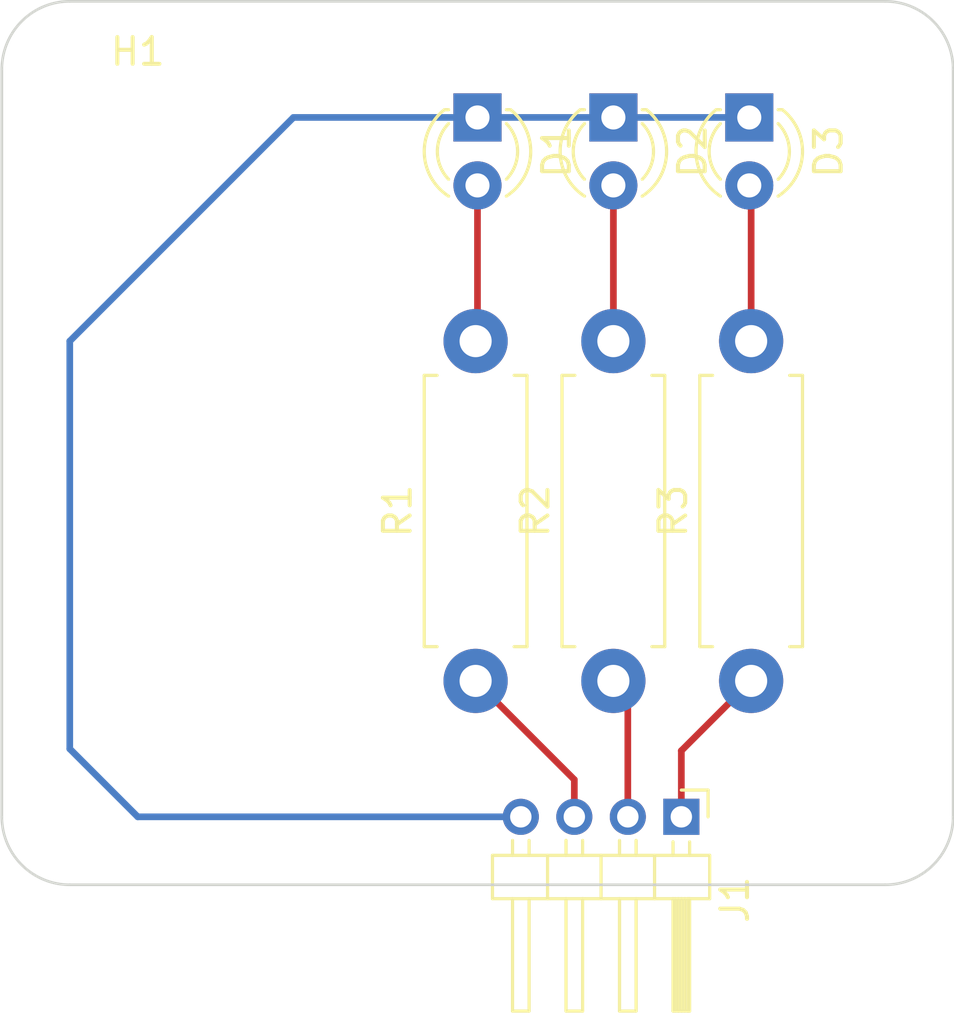
<source format=kicad_pcb>
(kicad_pcb (version 20221018) (generator pcbnew)
  (layers (0 "F.Cu" signal) (31 "B.Cu" signal) (34 "B.Paste" user) (35 "F.Paste" user) (36 "B.SilkS" user "B.Silkscreen") (37 "F.SilkS" user "F.Silkscreen") (38 "B.Mask" user) (39 "F.Mask" user) (44 "Edge.Cuts" user))
  (net 0 "")
  (net 1 "Net-(D1-K)")
  (net 2 "Net-(D1-A)")
  (net 3 "Net-(D2-A)")
  (net 4 "Net-(D3-A)")
  (net 5 "Net-(J1-Pin_1)")
  (net 6 "Net-(J1-Pin_2)")
  (net 7 "Net-(J1-Pin_3)")
  (footprint "Connector_PinHeader_2.00mm:PinHeader_1x04_P2.00mm_Horizontal" (layer "F.Cu") (at 147.32 99.06 -90)
    (fp_text reference "J1" (at 3.1 -2 90) (layer "F.SilkS"))
    (fp_text value "Conn_01x04")
    (fp_line (start -1 -1) (end 0 -1) (stroke (width 0.12)) (layer "F.SilkS"))
    (fp_line (start -1 0) (end -1 -1) (stroke (width 0.12)) (layer "F.SilkS"))
    (fp_line (start 0.882114 1.69) (end 1.44 1.69) (stroke (width 0.12)) (layer "F.SilkS"))
    (fp_line (start 0.882114 2.31) (end 1.44 2.31) (stroke (width 0.12)) (layer "F.SilkS"))
    (fp_line (start 0.882114 3.69) (end 1.44 3.69) (stroke (width 0.12)) (layer "F.SilkS"))
    (fp_line (start 0.882114 4.31) (end 1.44 4.31) (stroke (width 0.12)) (layer "F.SilkS"))
    (fp_line (start 0.882114 5.69) (end 1.44 5.69) (stroke (width 0.12)) (layer "F.SilkS"))
    (fp_line (start 0.882114 6.31) (end 1.44 6.31) (stroke (width 0.12)) (layer "F.SilkS"))
    (fp_line (start 0.935 -0.31) (end 1.44 -0.31) (stroke (width 0.12)) (layer "F.SilkS"))
    (fp_line (start 0.935 0.31) (end 1.44 0.31) (stroke (width 0.12)) (layer "F.SilkS"))
    (fp_line (start 1.44 -1.06) (end 1.44 7.06) (stroke (width 0.12)) (layer "F.SilkS"))
    (fp_line (start 1.44 1) (end 3.06 1) (stroke (width 0.12)) (layer "F.SilkS"))
    (fp_line (start 1.44 3) (end 3.06 3) (stroke (width 0.12)) (layer "F.SilkS"))
    (fp_line (start 1.44 5) (end 3.06 5) (stroke (width 0.12)) (layer "F.SilkS"))
    (fp_line (start 1.44 7.06) (end 3.06 7.06) (stroke (width 0.12)) (layer "F.SilkS"))
    (fp_line (start 3.06 -1.06) (end 1.44 -1.06) (stroke (width 0.12)) (layer "F.SilkS"))
    (fp_line (start 3.06 -0.31) (end 7.26 -0.31) (stroke (width 0.12)) (layer "F.SilkS"))
    (fp_line (start 3.06 -0.25) (end 7.26 -0.25) (stroke (width 0.12)) (layer "F.SilkS"))
    (fp_line (start 3.06 -0.13) (end 7.26 -0.13) (stroke (width 0.12)) (layer "F.SilkS"))
    (fp_line (start 3.06 -0.01) (end 7.26 -0.01) (stroke (width 0.12)) (layer "F.SilkS"))
    (fp_line (start 3.06 0.11) (end 7.26 0.11) (stroke (width 0.12)) (layer "F.SilkS"))
    (fp_line (start 3.06 0.23) (end 7.26 0.23) (stroke (width 0.12)) (layer "F.SilkS"))
    (fp_line (start 3.06 1.69) (end 7.26 1.69) (stroke (width 0.12)) (layer "F.SilkS"))
    (fp_line (start 3.06 3.69) (end 7.26 3.69) (stroke (width 0.12)) (layer "F.SilkS"))
    (fp_line (start 3.06 5.69) (end 7.26 5.69) (stroke (width 0.12)) (layer "F.SilkS"))
    (fp_line (start 3.06 7.06) (end 3.06 -1.06) (stroke (width 0.12)) (layer "F.SilkS"))
    (fp_line (start 7.26 -0.31) (end 7.26 0.31) (stroke (width 0.12)) (layer "F.SilkS"))
    (fp_line (start 7.26 0.31) (end 3.06 0.31) (stroke (width 0.12)) (layer "F.SilkS"))
    (fp_line (start 7.26 1.69) (end 7.26 2.31) (stroke (width 0.12)) (layer "F.SilkS"))
    (fp_line (start 7.26 2.31) (end 3.06 2.31) (stroke (width 0.12)) (layer "F.SilkS"))
    (fp_line (start 7.26 3.69) (end 7.26 4.31) (stroke (width 0.12)) (layer "F.SilkS"))
    (fp_line (start 7.26 4.31) (end 3.06 4.31) (stroke (width 0.12)) (layer "F.SilkS"))
    (fp_line (start 7.26 5.69) (end 7.26 6.31) (stroke (width 0.12)) (layer "F.SilkS"))
    (fp_line (start 7.26 6.31) (end 3.06 6.31) (stroke (width 0.12)) (layer "F.SilkS"))
    (pad "1" thru_hole rect (at 0 0 270) (size 1.35 1.35) (drill 0.8) (layers "*.Cu" "*.Mask") (net 5 "Net-(J1-Pin_1)"))
    (pad "2" thru_hole oval (at 0 2 270) (size 1.35 1.35) (drill 0.8) (layers "*.Cu" "*.Mask") (net 6 "Net-(J1-Pin_2)"))
    (pad "3" thru_hole oval (at 0 4 270) (size 1.35 1.35) (drill 0.8) (layers "*.Cu" "*.Mask") (net 7 "Net-(J1-Pin_3)"))
    (pad "4" thru_hole oval (at 0 6 270) (size 1.35 1.35) (drill 0.8) (layers "*.Cu" "*.Mask") (net 1 "Net-(D1-K)"))
  )
  (footprint "Resistor_THT:R_Axial_DIN0411_L9.9mm_D3.6mm_P12.70mm_Horizontal" (layer "F.Cu") (at 149.93 93.98 90)
    (fp_text reference "R3" (at 6.35 -2.92 90) (layer "F.SilkS"))
    (fp_text value "R")
    (fp_line (start 1.28 -1.92) (end 11.42 -1.92) (stroke (width 0.12)) (layer "F.SilkS"))
    (fp_line (start 1.28 -1.44) (end 1.28 -1.92) (stroke (width 0.12)) (layer "F.SilkS"))
    (fp_line (start 1.28 1.44) (end 1.28 1.92) (stroke (width 0.12)) (layer "F.SilkS"))
    (fp_line (start 1.28 1.92) (end 11.42 1.92) (stroke (width 0.12)) (layer "F.SilkS"))
    (fp_line (start 11.42 -1.92) (end 11.42 -1.44) (stroke (width 0.12)) (layer "F.SilkS"))
    (fp_line (start 11.42 1.92) (end 11.42 1.44) (stroke (width 0.12)) (layer "F.SilkS"))
    (pad "1" thru_hole circle (at 0 0 90) (size 2.4 2.4) (drill 1.2) (layers "*.Cu" "*.Mask") (net 5 "Net-(J1-Pin_1)"))
    (pad "2" thru_hole oval (at 12.7 0 90) (size 2.4 2.4) (drill 1.2) (layers "*.Cu" "*.Mask") (net 4 "Net-(D3-A)"))
  )
  (footprint "Resistor_THT:R_Axial_DIN0411_L9.9mm_D3.6mm_P12.70mm_Horizontal" (layer "F.Cu") (at 144.78 93.98 90)
    (fp_text reference "R2" (at 6.35 -2.92 90) (layer "F.SilkS"))
    (fp_text value "R")
    (fp_line (start 1.28 -1.92) (end 11.42 -1.92) (stroke (width 0.12)) (layer "F.SilkS"))
    (fp_line (start 1.28 -1.44) (end 1.28 -1.92) (stroke (width 0.12)) (layer "F.SilkS"))
    (fp_line (start 1.28 1.44) (end 1.28 1.92) (stroke (width 0.12)) (layer "F.SilkS"))
    (fp_line (start 1.28 1.92) (end 11.42 1.92) (stroke (width 0.12)) (layer "F.SilkS"))
    (fp_line (start 11.42 -1.92) (end 11.42 -1.44) (stroke (width 0.12)) (layer "F.SilkS"))
    (fp_line (start 11.42 1.92) (end 11.42 1.44) (stroke (width 0.12)) (layer "F.SilkS"))
    (pad "1" thru_hole circle (at 0 0 90) (size 2.4 2.4) (drill 1.2) (layers "*.Cu" "*.Mask") (net 6 "Net-(J1-Pin_2)"))
    (pad "2" thru_hole oval (at 12.7 0 90) (size 2.4 2.4) (drill 1.2) (layers "*.Cu" "*.Mask") (net 3 "Net-(D2-A)"))
  )
  (footprint "MountingHole:MountingHole_2.2mm_M2" (layer "F.Cu") (at 127 73.66)
    (fp_text reference "H1" (at 0 -3.2) (layer "F.SilkS"))
    (fp_text value "MountingHole")
    (pad "" np_thru_hole circle (at 0 0) (size 2.2 2.2) (drill 2.2) (layers "*.Cu" "*.Mask"))
  )
  (footprint "Resistor_THT:R_Axial_DIN0411_L9.9mm_D3.6mm_P12.70mm_Horizontal" (layer "F.Cu") (at 139.63 93.98 90)
    (fp_text reference "R1" (at 6.35 -2.92 90) (layer "F.SilkS"))
    (fp_text value "R")
    (fp_line (start 1.28 -1.92) (end 11.42 -1.92) (stroke (width 0.12)) (layer "F.SilkS"))
    (fp_line (start 1.28 -1.44) (end 1.28 -1.92) (stroke (width 0.12)) (layer "F.SilkS"))
    (fp_line (start 1.28 1.44) (end 1.28 1.92) (stroke (width 0.12)) (layer "F.SilkS"))
    (fp_line (start 1.28 1.92) (end 11.42 1.92) (stroke (width 0.12)) (layer "F.SilkS"))
    (fp_line (start 11.42 -1.92) (end 11.42 -1.44) (stroke (width 0.12)) (layer "F.SilkS"))
    (fp_line (start 11.42 1.92) (end 11.42 1.44) (stroke (width 0.12)) (layer "F.SilkS"))
    (pad "1" thru_hole circle (at 0 0 90) (size 2.4 2.4) (drill 1.2) (layers "*.Cu" "*.Mask") (net 7 "Net-(J1-Pin_3)"))
    (pad "2" thru_hole oval (at 12.7 0 90) (size 2.4 2.4) (drill 1.2) (layers "*.Cu" "*.Mask") (net 2 "Net-(D1-A)"))
  )
  (footprint "LED_THT:LED_D3.0mm" (layer "F.Cu") (at 149.86 72.92 -90)
    (fp_text reference "D3" (at 1.27 -2.96 90) (layer "F.SilkS"))
    (fp_text value "LED")
    (fp_line (start -0.29 -1.236) (end -0.29 -1.08) (stroke (width 0.12)) (layer "F.SilkS"))
    (fp_line (start -0.29 1.08) (end -0.29 1.236) (stroke (width 0.12)) (layer "F.SilkS"))
    (fp_arc (start -0.29 -1.235516) (mid 1.366487 -1.987659) (end 2.942335 -1.078608) (stroke (width 0.12)) (layer "F.SilkS"))
    (fp_arc (start 0.229039 -1.08) (mid 1.270117 -1.5) (end 2.31113 -1.079837) (stroke (width 0.12)) (layer "F.SilkS"))
    (fp_arc (start 2.31113 1.079837) (mid 1.270117 1.5) (end 0.229039 1.08) (stroke (width 0.12)) (layer "F.SilkS"))
    (fp_arc (start 2.942335 1.078608) (mid 1.366487 1.987659) (end -0.29 1.235516) (stroke (width 0.12)) (layer "F.SilkS"))
    (pad "1" thru_hole rect (at 0 0 270) (size 1.8 1.8) (drill 0.9) (layers "*.Cu" "*.Mask") (net 1 "Net-(D1-K)"))
    (pad "2" thru_hole circle (at 2.54 0 270) (size 1.8 1.8) (drill 0.9) (layers "*.Cu" "*.Mask") (net 4 "Net-(D3-A)"))
  )
  (footprint "LED_THT:LED_D3.0mm" (layer "F.Cu") (at 139.7 72.92 -90)
    (fp_text reference "D1" (at 1.27 -2.96 90) (layer "F.SilkS"))
    (fp_text value "LED")
    (fp_line (start -0.29 -1.236) (end -0.29 -1.08) (stroke (width 0.12)) (layer "F.SilkS"))
    (fp_line (start -0.29 1.08) (end -0.29 1.236) (stroke (width 0.12)) (layer "F.SilkS"))
    (fp_arc (start -0.29 -1.235516) (mid 1.366487 -1.987659) (end 2.942335 -1.078608) (stroke (width 0.12)) (layer "F.SilkS"))
    (fp_arc (start 0.229039 -1.08) (mid 1.270117 -1.5) (end 2.31113 -1.079837) (stroke (width 0.12)) (layer "F.SilkS"))
    (fp_arc (start 2.31113 1.079837) (mid 1.270117 1.5) (end 0.229039 1.08) (stroke (width 0.12)) (layer "F.SilkS"))
    (fp_arc (start 2.942335 1.078608) (mid 1.366487 1.987659) (end -0.29 1.235516) (stroke (width 0.12)) (layer "F.SilkS"))
    (pad "1" thru_hole rect (at 0 0 270) (size 1.8 1.8) (drill 0.9) (layers "*.Cu" "*.Mask") (net 1 "Net-(D1-K)"))
    (pad "2" thru_hole circle (at 2.54 0 270) (size 1.8 1.8) (drill 0.9) (layers "*.Cu" "*.Mask") (net 2 "Net-(D1-A)"))
  )
  (footprint "LED_THT:LED_D3.0mm" (layer "F.Cu") (at 144.78 72.92 -90)
    (fp_text reference "D2" (at 1.27 -2.96 90) (layer "F.SilkS"))
    (fp_text value "LED")
    (fp_line (start -0.29 -1.236) (end -0.29 -1.08) (stroke (width 0.12)) (layer "F.SilkS"))
    (fp_line (start -0.29 1.08) (end -0.29 1.236) (stroke (width 0.12)) (layer "F.SilkS"))
    (fp_arc (start -0.29 -1.235516) (mid 1.366487 -1.987659) (end 2.942335 -1.078608) (stroke (width 0.12)) (layer "F.SilkS"))
    (fp_arc (start 0.229039 -1.08) (mid 1.270117 -1.5) (end 2.31113 -1.079837) (stroke (width 0.12)) (layer "F.SilkS"))
    (fp_arc (start 2.31113 1.079837) (mid 1.270117 1.5) (end 0.229039 1.08) (stroke (width 0.12)) (layer "F.SilkS"))
    (fp_arc (start 2.942335 1.078608) (mid 1.366487 1.987659) (end -0.29 1.235516) (stroke (width 0.12)) (layer "F.SilkS"))
    (pad "1" thru_hole rect (at 0 0 270) (size 1.8 1.8) (drill 0.9) (layers "*.Cu" "*.Mask") (net 1 "Net-(D1-K)"))
    (pad "2" thru_hole circle (at 2.54 0 270) (size 1.8 1.8) (drill 0.9) (layers "*.Cu" "*.Mask") (net 3 "Net-(D2-A)"))
  )
  (gr_arc (start 154.94 68.58) (mid 156.736051 69.323949) (end 157.48 71.12) (stroke (width 0.1)) (layer "Edge.Cuts"))
  (gr_line (start 157.48 99.06) (end 157.48 71.12) (stroke (width 0.1)) (layer "Edge.Cuts"))
  (gr_line (start 124.46 101.6) (end 154.94 101.6) (stroke (width 0.1)) (layer "Edge.Cuts"))
  (gr_line (start 154.94 68.58) (end 124.46 68.58) (stroke (width 0.1)) (layer "Edge.Cuts"))
  (gr_arc (start 157.48 99.06) (mid 156.736051 100.856051) (end 154.94 101.6) (stroke (width 0.1)) (layer "Edge.Cuts"))
  (gr_arc (start 124.46 101.6) (mid 122.663949 100.856051) (end 121.92 99.06) (stroke (width 0.1)) (layer "Edge.Cuts"))
  (gr_arc (start 121.92 71.12) (mid 122.663949 69.323949) (end 124.46 68.58) (stroke (width 0.1)) (layer "Edge.Cuts"))
  (gr_line (start 121.92 99.06) (end 121.92 71.12) (stroke (width 0.1)) (layer "Edge.Cuts"))
  (segment (start 127 99.06) (end 141.32 99.06) (width 0.25) (layer "B.Cu") (net 1))
  (segment (start 139.7 72.92) (end 132.82 72.92) (width 0.25) (layer "B.Cu") (net 1))
  (segment (start 124.46 81.28) (end 124.46 96.52) (width 0.25) (layer "B.Cu") (net 1))
  (segment (start 124.46 81.28) (end 132.82 72.92) (width 0.25) (layer "B.Cu") (net 1))
  (segment (start 149.86 72.92) (end 144.78 72.92) (width 0.25) (layer "B.Cu") (net 1))
  (segment (start 140.44 72.92) (end 139.7 73.66) (width 0.25) (layer "B.Cu") (net 1))
  (segment (start 124.46 96.52) (end 127 99.06) (width 0.25) (layer "B.Cu") (net 1))
  (segment (start 144.78 72.92) (end 139.7 72.92) (width 0.25) (layer "B.Cu") (net 1))
  (segment (start 139.7 75.46) (end 139.7 81.21) (width 0.25) (layer "F.Cu") (net 2))
  (segment (start 139.7 81.21) (end 139.63 81.28) (width 0.25) (layer "F.Cu") (net 2))
  (segment (start 144.78 81.28) (end 144.78 75.46) (width 0.25) (layer "F.Cu") (net 3))
  (segment (start 149.93 81.28) (end 149.93 75.53) (width 0.25) (layer "F.Cu") (net 4))
  (segment (start 149.93 75.53) (end 149.86 75.46) (width 0.25) (layer "F.Cu") (net 4))
  (segment (start 147.32 99.06) (end 147.32 96.59) (width 0.25) (layer "F.Cu") (net 5))
  (segment (start 147.32 96.59) (end 149.93 93.98) (width 0.25) (layer "F.Cu") (net 5))
  (segment (start 145.32 94.52) (end 144.78 93.98) (width 0.25) (layer "F.Cu") (net 6))
  (segment (start 145.32 99.06) (end 145.32 94.52) (width 0.25) (layer "F.Cu") (net 6))
  (segment (start 143.32 99.06) (end 143.32 97.67) (width 0.25) (layer "F.Cu") (net 7))
  (segment (start 143.32 97.67) (end 139.63 93.98) (width 0.25) (layer "F.Cu") (net 7))
)
</source>
